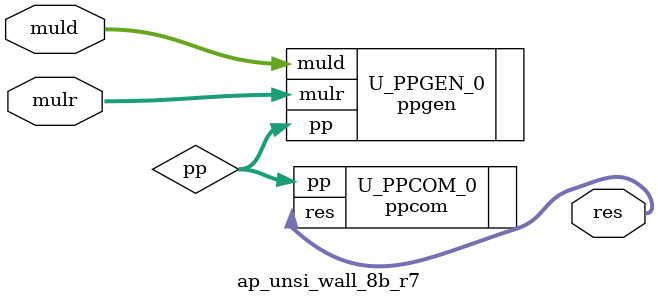
<source format=v>
module ap_unsi_wall_8b_r7 (
    input  [7:0] muld,
    input  [7:0] mulr,
    
    output [15:0] res
);

wire [63:0] pp;

ppgen #(
    .DW                             ( 8                             ))
U_PPGEN_0(
    .muld                           ( muld                          ),
    .mulr                           ( mulr                          ),
    .pp                             ( pp                            )
);


ppcom U_PPCOM_0(
    .pp                             ( pp                            ),
    .res                            ( res                           )
);


endmodule

</source>
